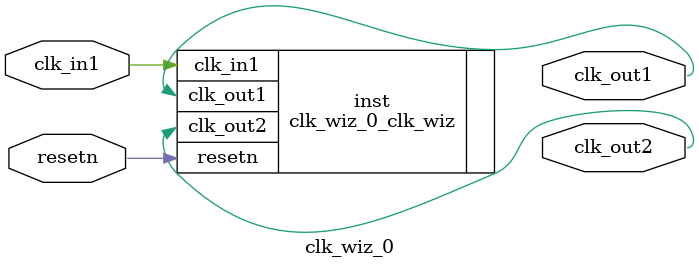
<source format=v>


`timescale 1ps/1ps

(* CORE_GENERATION_INFO = "clk_wiz_0,clk_wiz_v6_0_3_0_0,{component_name=clk_wiz_0,use_phase_alignment=true,use_min_o_jitter=false,use_max_i_jitter=false,use_dyn_phase_shift=false,use_inclk_switchover=false,use_dyn_reconfig=false,enable_axi=0,feedback_source=FDBK_AUTO,PRIMITIVE=MMCM,num_out_clk=2,clkin1_period=10.000,clkin2_period=10.000,use_power_down=false,use_reset=true,use_locked=false,use_inclk_stopped=false,feedback_type=SINGLE,CLOCK_MGR_TYPE=NA,manual_override=false}" *)

module clk_wiz_0 
 (
  // Clock out ports
  output        clk_out1,
  output        clk_out2,
  // Status and control signals
  input         resetn,
 // Clock in ports
  input         clk_in1
 );

  clk_wiz_0_clk_wiz inst
  (
  // Clock out ports  
  .clk_out1(clk_out1),
  .clk_out2(clk_out2),
  // Status and control signals               
  .resetn(resetn), 
 // Clock in ports
  .clk_in1(clk_in1)
  );

endmodule

</source>
